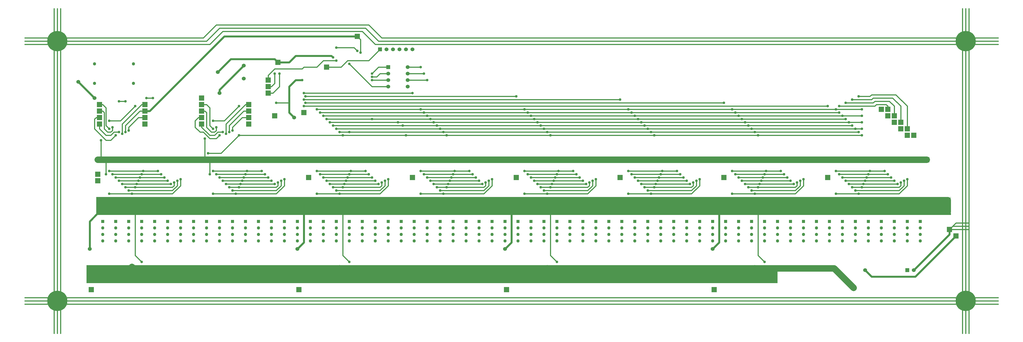
<source format=gbr>
G04 start of page 2 for group 0 idx 0
G04 Title: (unknown), solder *
G04 Creator: pcb-bin 20060822 *
G04 CreationDate: Mon Jun 23 06:34:48 2008 UTC *
G04 For: pete *
G04 Format: Gerber/RS-274X *
G04 PCB-Dimensions: 1500000 500000 *
G04 PCB-Coordinate-Origin: lower left *
%MOIN*%
%FSLAX24Y24*%
%LNGROUP0*%
%ADD11C,0.0200*%
%ADD12C,0.0800*%
%ADD13C,0.0600*%
%ADD14C,0.0300*%
%ADD15C,0.0150*%
%ADD16C,0.1000*%
%ADD17R,0.0800X0.0800*%
%ADD18C,0.0500*%
%ADD19R,0.0500X0.0500*%
%ADD20R,0.0600X0.0600*%
%ADD21C,0.0400*%
%ADD22C,0.3120*%
%ADD23C,0.0420*%
%ADD24C,0.0280*%
%ADD25C,0.0350*%
%ADD26C,0.2188*%
G54D11*G36*
X140750Y21000D02*X142750D01*
Y18250D01*
X140750D01*
Y21000D01*
G37*
G36*
X11000D02*X140750D01*
Y18250D01*
X11000D01*
Y21000D01*
G37*
G36*
X116000Y10500D02*X9500D01*
Y7750D01*
X116000D01*
Y10500D01*
G37*
G54D12*%LNGROUP0_C1*%
%LPC*%
X112500Y10250D03*
X80500D03*
X48500D03*
X16500D03*
G54D13*X142500Y18750D03*
Y19750D03*
X142250Y19250D03*
X142000Y19750D03*
X142500Y20750D03*
X142250Y20250D03*
X142000Y20750D03*
X141750Y20250D03*
X141500Y20750D03*
X141250Y20250D03*
X141500Y19750D03*
X141250Y19250D03*
X141750D03*
X141000Y19750D03*
X142000Y18750D03*
X141500D03*
X141000D03*
X140500D03*
X140750Y19250D03*
X140500Y19750D03*
X141000Y20750D03*
X140500D03*
X140750Y20250D03*
X141000Y19750D03*
Y18750D03*
X140500D03*
X140750Y19250D03*
X140500Y19750D03*
X140250Y19250D03*
X141000Y20750D03*
X140500D03*
X140750Y20250D03*
X140250D03*
X136250Y20500D03*
X134250D03*
X138250D03*
X132250D03*
X130250D03*
X128250D03*
X126250D03*
X124250D03*
X118250D03*
X120250D03*
X116250D03*
X122250D03*
X114250D03*
X112250D03*
X110250D03*
X108250D03*
X106250D03*
X104250D03*
X100250D03*
X102250D03*
X98250D03*
X96250D03*
X94250D03*
X92250D03*
X90250D03*
X88250D03*
X86250D03*
X82250D03*
X84250D03*
X80250D03*
X78250D03*
X76250D03*
X74250D03*
X72250D03*
X70250D03*
X68250D03*
X64250D03*
X66250D03*
X62250D03*
X60250D03*
X58250D03*
X56250D03*
X54250D03*
X52250D03*
X50250D03*
X48250D03*
X44250D03*
X46250D03*
X42250D03*
X40250D03*
X38250D03*
X36250D03*
X34250D03*
X32250D03*
X30250D03*
X28250D03*
X26250D03*
X22250D03*
X24250D03*
X20250D03*
X18250D03*
X16250D03*
X14250D03*
X12250D03*
G54D12*X112500Y10250D03*
X80500D03*
X48500D03*
X16500D03*
G54D13*X142500Y18750D03*
Y19750D03*
X142250Y19250D03*
X142000Y19750D03*
X142500Y20750D03*
X142250Y20250D03*
X142000Y20750D03*
X141750Y20250D03*
X141500Y20750D03*
X141250Y20250D03*
X141500Y19750D03*
X141250Y19250D03*
X141750D03*
X141000Y19750D03*
X142000Y18750D03*
X141500D03*
X141000D03*
X140500D03*
X140750Y19250D03*
X140500Y19750D03*
X141000Y20750D03*
X140500D03*
X140750Y20250D03*
X141000Y19750D03*
Y18750D03*
X140500D03*
X140750Y19250D03*
X140500Y19750D03*
X140250Y19250D03*
X141000Y20750D03*
X140500D03*
X140750Y20250D03*
X140250D03*
X136250Y20500D03*
X134250D03*
X138250D03*
X132250D03*
X130250D03*
X128250D03*
X126250D03*
X124250D03*
X118250D03*
X120250D03*
X116250D03*
X122250D03*
X114250D03*
X112250D03*
X110250D03*
X108250D03*
X106250D03*
X104250D03*
X100250D03*
X102250D03*
X98250D03*
X96250D03*
X94250D03*
X92250D03*
X90250D03*
X88250D03*
X86250D03*
X82250D03*
X84250D03*
X80250D03*
X78250D03*
X76250D03*
X74250D03*
X72250D03*
X70250D03*
X68250D03*
X64250D03*
X66250D03*
X62250D03*
X60250D03*
X58250D03*
X56250D03*
X54250D03*
X52250D03*
X50250D03*
X48250D03*
X44250D03*
X46250D03*
X42250D03*
X40250D03*
X38250D03*
X36250D03*
X34250D03*
X32250D03*
X30250D03*
X28250D03*
X26250D03*
X22250D03*
X24250D03*
X20250D03*
X18250D03*
X16250D03*
X14250D03*
X12250D03*
G54D12*X112500Y10250D03*
X80500D03*
X48500D03*
X16500D03*
G54D13*X142500Y18750D03*
Y19750D03*
X142250Y19250D03*
X142000Y19750D03*
X142500Y20750D03*
X142250Y20250D03*
X142000Y20750D03*
X141750Y20250D03*
X141500Y20750D03*
X141250Y20250D03*
X141500Y19750D03*
X141250Y19250D03*
X141750D03*
X141000Y19750D03*
X142000Y18750D03*
X141500D03*
X141000D03*
X140500D03*
X140750Y19250D03*
X140500Y19750D03*
X141000Y20750D03*
X140500D03*
X140750Y20250D03*
X141000Y19750D03*
Y18750D03*
X140500D03*
X140750Y19250D03*
X140500Y19750D03*
X140250Y19250D03*
X141000Y20750D03*
X140500D03*
X140750Y20250D03*
X140250D03*
X136250Y20500D03*
X134250D03*
X138250D03*
X132250D03*
X130250D03*
X128250D03*
X126250D03*
X124250D03*
X118250D03*
X120250D03*
X116250D03*
X122250D03*
X114250D03*
X112250D03*
X110250D03*
X108250D03*
X106250D03*
X104250D03*
X100250D03*
X102250D03*
X98250D03*
X96250D03*
X94250D03*
X92250D03*
X90250D03*
X88250D03*
X86250D03*
X82250D03*
X84250D03*
X80250D03*
X78250D03*
X76250D03*
X74250D03*
X72250D03*
X70250D03*
X68250D03*
X64250D03*
X66250D03*
X62250D03*
X60250D03*
X58250D03*
X56250D03*
X54250D03*
X52250D03*
X50250D03*
X48250D03*
X44250D03*
X46250D03*
X42250D03*
X40250D03*
X38250D03*
X36250D03*
X34250D03*
X32250D03*
X30250D03*
X28250D03*
X26250D03*
X22250D03*
X24250D03*
X20250D03*
X18250D03*
X16250D03*
X14250D03*
X12250D03*
G54D14*%LNGROUP0_D2*%
%LPD*%
X40750Y38000D02*Y34000D01*
X41500Y33250D01*
G54D15*X51250Y43500D02*X50750Y44000D01*
X48000D01*
G54D14*X42750Y39000D02*X41750D01*
X40750Y38000D01*
G54D15*X38750Y35500D02*X40750D01*
X28500Y24500D02*Y26750D01*
X12500Y24500D02*Y25750D01*
X27750Y30000D02*Y27000D01*
X12500Y25250D02*Y26500D01*
X11750Y27000D02*Y29750D01*
G54D16*X11250Y26750D02*X139000D01*
G54D15*X53000Y47500D02*X55000Y45500D01*
X52500Y47000D02*X54500Y45000D01*
X52000Y46500D02*X54000Y44500D01*
X30000Y47000D02*X52500D01*
X30500Y46500D02*X52000D01*
X29500Y47500D02*X53000D01*
X27500Y45500D02*X29500Y47500D01*
X5500Y44500D02*Y5000D01*
X5000Y50000D02*Y0D01*
X4500Y5500D02*Y44500D01*
G54D14*X5000Y5000D02*X4500Y5500D01*
G54D15*Y4500D02*Y0D01*
Y5500D02*X0D01*
X5000Y45000D02*X5500Y45500D01*
X5000Y45000D02*X5500Y44500D01*
Y45500D02*X4500Y44500D01*
Y45500D02*X5500Y44500D01*
G54D14*X4500Y45500D02*X5500Y44500D01*
Y45500D02*X4500Y44500D01*
X5500Y45500D01*
X4500D02*X5500Y44500D01*
G54D15*Y45500D02*Y50000D01*
X4500Y44500D02*X0D01*
X4500Y45500D02*Y50000D01*
Y45500D02*X0D01*
G54D14*X30000Y37500D02*Y37000D01*
X33750Y41250D02*X30000Y37500D01*
X10750Y36250D02*X8250Y38750D01*
G54D15*X28500Y44500D02*X30500Y46500D01*
X28000Y45000D02*X30000Y47000D01*
X5500Y44500D02*X28500D01*
X5500Y45500D02*X27500D01*
X0Y45000D02*X28000D01*
X49000Y12000D02*Y18500D01*
X50000Y11000D02*X49000Y12000D01*
G54D14*X43000Y14000D02*Y18250D01*
X42000Y13000D02*X43000Y14000D01*
X11250Y18500D02*X10000Y17250D01*
G54D15*X5500Y4500D02*Y0D01*
X5000Y5000D02*X5500Y4500D01*
G54D14*X5000Y5000D02*X4500Y4500D01*
G54D15*X17000Y12000D02*Y18500D01*
X18000Y11000D02*X17000Y12000D01*
G54D14*X10000Y13000D02*Y17250D01*
G54D15*X4500Y4500D02*X0D01*
X145500D02*X150000D01*
X145500Y5500D02*X150000D01*
X145500Y4500D02*Y0D01*
X144500Y4500D02*Y0D01*
X145000Y5000D02*X144500Y4500D01*
Y5500D02*X145500Y4500D01*
X144500D02*X145500Y5500D01*
Y4500D02*X144500Y5500D01*
X145500Y44500D02*X150000D01*
X145500Y45500D02*X150000D01*
X145000Y45000D02*X145500Y44500D01*
Y45500D02*Y50000D01*
G54D14*X145000Y45000D02*X145500Y45500D01*
G54D15*X144500D02*Y50000D01*
G54D14*Y44500D02*X145500Y45500D01*
X145000Y45000D02*X144500Y45500D01*
X145500Y44500D01*
G54D15*Y5500D01*
X145000Y50000D02*Y0D01*
X144500Y5500D02*Y44500D01*
X143000Y16500D02*X145500D01*
X142500Y16000D02*X143500Y17000D01*
X145500D01*
X142500Y16000D02*X145500D01*
G54D14*X142500Y15250D02*Y16000D01*
G54D16*X142250Y20500D02*Y18750D01*
X141750Y19750D02*Y19500D01*
X141500Y19250D01*
X140500Y18750D02*X141250D01*
X141500Y19250D02*X140250D01*
X142250Y18750D02*X140250D01*
Y20500D01*
X140500Y19750D02*X141750D01*
X140250Y20500D02*X142250D01*
X140500D02*X139050D01*
G54D15*X113000Y12000D02*Y18500D01*
X114000Y11000D02*X113000Y12000D01*
G54D14*X107000Y14000D02*Y18250D01*
X106000Y13000D02*X107000Y14000D01*
G54D15*X54500Y45000D02*X150000D01*
X55000Y45500D02*X145000D01*
X54000Y44500D02*X145000D01*
G54D16*X138250Y20500D02*X12250D01*
G54D15*X81000Y12000D02*Y18500D01*
X82000Y11000D02*X81000Y12000D01*
G54D14*X75000Y14000D02*Y18500D01*
X74000Y13000D02*X75000Y14000D01*
G54D15*X144500Y4500D02*X5000D01*
G54D14*X137000Y9750D03*
X142500Y15250D01*
G54D15*X144500Y5500D02*X5000D01*
X0Y5000D02*X150000D01*
X136000Y22750D02*Y23750D01*
X135000Y23250D02*Y22750D01*
X134750Y22500D01*
Y22000D02*X135500Y22750D01*
Y23500D01*
X134750Y21500D02*X136000Y22750D01*
X127000Y23000D02*X129250D01*
X127000D02*X134500D01*
X126500Y23500D02*X129500D01*
X126500D02*X134000D01*
X126000Y24000D02*X129750D01*
X126000D02*X133500D01*
X125500Y24500D02*X130000D01*
X125500D02*X133000D01*
X125000Y25000D02*X130250D01*
X125000D02*X132500D01*
X127500Y22500D02*X129000D01*
X128000Y22000D02*X134750D01*
X127500Y22500D02*X134750D01*
X128500Y21500D02*X125000D01*
X134750D01*
X111500Y22500D02*X113000D01*
X111000Y23000D02*X113250D01*
X120000Y22750D02*Y23750D01*
X119000Y23250D02*Y22750D01*
X118750Y22500D01*
X111500D02*X118750D01*
X119500Y22750D02*Y23500D01*
X111000Y23000D02*X118500D01*
X110500Y23500D02*X113500D01*
X110500D02*X118000D01*
X110000Y24000D02*X113750D01*
X110000D02*X117500D01*
X109500Y24500D02*X114000D01*
X109500D02*X117000D01*
X109000Y25000D02*X114250D01*
X109000D02*X116500D01*
X135000Y35000D02*Y32500D01*
X136000Y35000D02*Y31500D01*
X134000Y35000D02*Y33500D01*
X133750Y36250D02*X135000Y35000D01*
X134250Y36750D02*X136000Y35000D01*
X133250Y35750D02*X134000Y35000D01*
X131000Y35750D02*X133250D01*
X132750Y35250D02*X133000Y35000D01*
Y34500D01*
X131250Y35250D02*X132750D01*
X131000Y35000D02*X131250Y35250D01*
X130750Y35500D02*X131000Y35750D01*
X130750Y36250D02*X133750D01*
X130500Y36750D02*X134250D01*
X126500Y35500D02*X130750D01*
X107750D02*X107500D01*
X94000Y24000D02*X97750D01*
X93500Y24500D02*X98000D01*
X93000Y25000D02*X98250D01*
X104000Y22750D02*Y23750D01*
X103000Y23250D02*Y22750D01*
X103500D02*Y23500D01*
X103000Y22750D02*X102750Y22500D01*
X95500D02*X102750D01*
X95500D02*X97000D01*
X95000Y23000D02*X97250D01*
X95000D02*X102500D01*
X94500Y23500D02*X97500D01*
X94500D02*X102000D01*
X94000Y24000D02*X101500D01*
X93500Y24500D02*X101000D01*
X93000Y25000D02*X100500D01*
X118750Y22000D02*X119500Y22750D01*
X118750Y21500D02*X120000Y22750D01*
X102750Y22000D02*X103500Y22750D01*
X102750Y21500D02*X104000Y22750D01*
X112000Y22000D02*X118750D01*
X109000Y21500D02*X118750D01*
X96000Y22000D02*X102750D01*
X86750Y21500D02*X88000Y22750D01*
X80000Y22000D02*X86750D01*
X87500Y22750D01*
X77000Y21500D02*X86750D01*
X112500D02*X109000D01*
X96500D02*X93000D01*
X80500D02*X77000D01*
X93000D02*X102750D01*
X61000D02*X70750D01*
X61000Y41000D02*X59000D01*
X61500Y40000D02*X59000D01*
X62000Y39000D02*X59000D01*
X54750Y40000D02*X56000D01*
X54500Y41000D02*X56000D01*
X54250Y39500D02*X54750Y40000D01*
X53500Y39500D02*X54250D01*
X53500Y40000D02*X54500Y41000D01*
X56000Y38000D02*X53500D01*
Y39000D02*X56000D01*
X54750Y43750D02*X53000Y42000D01*
X51750Y43250D02*Y45250D01*
X53500Y38000D02*X50000Y41500D01*
X51750Y45250D02*X51250Y45750D01*
X53000Y42000D02*X49750D01*
X48750Y41000D01*
X88000Y22750D02*Y23750D01*
X87500Y22750D02*Y23500D01*
X87000Y23250D02*Y22750D01*
X86750Y22500D01*
X79000Y23000D02*X86500D01*
X79500Y22500D02*X86750D01*
X78500Y23500D02*X86000D01*
X79500Y22500D02*X81000D01*
X79000Y23000D02*X81250D01*
X78500Y23500D02*X81500D01*
X78000Y24000D02*X81750D01*
X77500Y24500D02*X82000D01*
X78000Y24000D02*X85500D01*
X77500Y24500D02*X85000D01*
X77000Y25000D02*X82250D01*
X77000D02*X84500D01*
X72000Y22750D02*Y23750D01*
X71000Y23250D02*Y22750D01*
X70750Y22500D01*
Y22000D02*X71500Y22750D01*
Y23500D01*
X70750Y21500D02*X72000Y22750D01*
X64000Y22000D02*X70750D01*
X63500Y22500D02*X70750D01*
X63000Y23000D02*X70500D01*
X62500Y23500D02*X70000D01*
X63500Y22500D02*X65000D01*
X63000Y23000D02*X65250D01*
X62500Y23500D02*X65500D01*
X62000Y24000D02*X65750D01*
X61500Y24500D02*X66000D01*
X61000Y25000D02*X66250D01*
X62000Y24000D02*X69500D01*
X61500Y24500D02*X69000D01*
X61000Y25000D02*X68500D01*
X130500Y36000D02*X130750Y36250D01*
X128500Y36500D02*X130250D01*
X130500Y36750D01*
X127500Y36000D02*X130500D01*
X47500Y32000D02*X127500D01*
X47000Y32500D02*X129000D01*
X46500Y33000D02*X126500D01*
X46000Y33500D02*X129000D01*
X45500Y34000D02*X125500D01*
X45000Y34500D02*X129000D01*
X107500Y35500D02*X43250D01*
X75750Y36500D02*X43250D01*
X43000Y37000D02*X59750D01*
X91750Y36000D02*X43000D01*
X125500Y35000D02*X131000D01*
X43000D02*X123750D01*
X48500Y31000D02*X128500D01*
X48000Y31500D02*X129000D01*
Y30500D02*X33000D01*
X32000Y31250D02*Y31750D01*
X31500Y31000D02*Y32000D01*
X31000Y30750D02*Y32250D01*
X33750Y34250D02*X34500D01*
X33500Y33250D02*X34500D01*
X32000Y31750D02*X33500Y33250D01*
X34000Y35250D02*X34500D01*
X31500Y32000D02*X33750Y34250D01*
X31000Y32250D02*X34000Y35250D01*
X33000Y35000D02*X30750Y32750D01*
X48750Y41000D02*X46500D01*
X48000Y42000D02*X46000D01*
X45000Y41000D01*
X43000D01*
G54D14*X47500Y42500D02*X47250Y42750D01*
G54D15*X43000Y41000D02*X42750Y40750D01*
G54D14*X47250Y42750D02*X41750D01*
X40750Y41750D01*
G54D15*X42750Y40750D02*X38500D01*
G54D14*X40750Y41750D02*X39000D01*
X30750Y45750D02*X51250D01*
G54D15*X30500Y31000D02*X29750D01*
X29500Y31750D02*Y31250D01*
X29250Y31000D01*
X30000Y30500D02*X29500Y30000D01*
X29750Y31000D02*X29250Y30500D01*
X33000D02*X30250Y27750D01*
X30750Y32750D02*X29000D01*
X29250Y30500D02*X28500D01*
X29500Y30000D02*X28500D01*
X30250Y27750D02*X28250D01*
X39250Y38000D02*Y40000D01*
X38500D02*Y38500D01*
X38250Y37000D02*X39250Y38000D01*
X38500Y38500D02*X38000Y38000D01*
X37500D01*
Y37000D02*X38250D01*
X37500Y39750D02*Y39000D01*
G54D14*X39000Y41750D02*X38500Y42250D01*
G54D15*Y40750D02*X37500Y39750D01*
G54D14*X38500Y42250D02*X31750D01*
X29750Y40250D02*X31750Y42250D01*
G54D15*X30500Y23500D02*X33500D01*
X30000Y24000D02*X33750D01*
X29500Y24500D02*X34000D01*
X29000Y25000D02*X34250D01*
X24000Y22750D02*Y23750D01*
X23000Y22750D02*X22750Y22500D01*
Y22000D02*X23500Y22750D01*
X22750Y21500D02*X24000Y22750D01*
X28500Y34750D02*X28000Y35250D01*
X29250Y31000D02*X28750D01*
X29000Y31500D02*X28500Y32000D01*
X28750Y31000D02*X28000Y31750D01*
X28500Y32000D02*Y34750D01*
X28000Y31750D02*Y34000D01*
X27750Y34250D01*
X28500Y30000D02*X27500Y31000D01*
X27250Y31750D02*Y32250D01*
X28500Y30500D02*X27250Y31750D01*
X27500Y31000D02*X27000D01*
X26250Y31750D02*Y32750D01*
X26750Y33250D01*
X27250D01*
X27000Y31000D02*X26250Y31750D01*
X27750Y34250D02*X27250D01*
X28000Y35250D02*X27250D01*
G54D14*X19250Y34250D02*X30750Y45750D01*
G54D15*X46500Y23500D02*X54000D01*
X46000Y24000D02*X53500D01*
X45500Y24500D02*X53000D01*
X47000Y23000D02*X49250D01*
X46500Y23500D02*X49500D01*
X46000Y24000D02*X49750D01*
X45500Y24500D02*X50000D01*
X45000Y25000D02*X50250D01*
X45000D02*X52500D01*
X56000Y22750D02*Y23750D01*
X55500Y22750D02*Y23500D01*
X55000Y23250D02*Y22750D01*
X54750Y22500D01*
Y22000D02*X55500Y22750D01*
X54750Y21500D02*X56000Y22750D01*
X47500Y22500D02*X49000D01*
X47500D02*X54750D01*
X47000Y23000D02*X54500D01*
X48000Y22000D02*X54750D01*
X45000Y21500D02*X54750D01*
X40000Y22750D02*Y23750D01*
X39000Y23250D02*Y22750D01*
X38750Y22500D01*
Y22000D02*X39500Y22750D01*
Y23500D01*
X38750Y21500D02*X40000Y22750D01*
X31000Y23000D02*X33250D01*
X31000D02*X38500D01*
X30500Y23500D02*X38000D01*
X30000Y24000D02*X37500D01*
X29500Y24500D02*X37000D01*
X29000Y25000D02*X36500D01*
G54D16*X127750Y7000D02*X124750Y10000D01*
G54D14*X143500Y15250D02*Y15000D01*
X137250Y8750D01*
X130500D02*X137250D01*
X129500Y9750D02*X130500Y8750D01*
G54D16*X124750Y10000D02*X116750D01*
G54D15*X32000Y22000D02*X38750D01*
X31500Y22500D02*X33000D01*
X31500D02*X38750D01*
X64500Y21500D02*X61000D01*
X48500D02*X45000D01*
X32500D02*X29000D01*
X38750D01*
G54D16*X16750Y10000D02*X117000D01*
G54D14*X19250Y34250D02*X18500D01*
G54D15*X17750D02*X19250D01*
X17500Y33250D02*X18500D01*
X16000Y31750D02*X17500Y33250D01*
X15500Y32000D02*X17750Y34250D01*
X18000Y35250D02*X18500D01*
X15000Y32250D02*X18000Y35250D01*
X18750Y36250D02*X19750D01*
X14750Y32750D02*X17000Y35000D01*
X14500Y35750D02*X15500D01*
X16000Y31250D02*Y31750D01*
X15500Y31000D02*Y32000D01*
X15000Y30750D02*Y32250D01*
X14500Y31000D02*X14250D01*
X13750D02*X14250D01*
G54D16*X16500Y10250D02*X16750Y10000D01*
G54D15*X13000Y32750D02*X14750D01*
X23500Y22750D02*Y23500D01*
X23000Y23250D02*Y22750D01*
X14000Y24000D02*X21500D01*
X13500Y24500D02*X21000D01*
X13000Y25000D02*X20500D01*
X15000Y23000D02*X22500D01*
X15500Y22500D02*X22750D01*
X14500Y23500D02*X22000D01*
X16000Y22000D02*X22750D01*
X13000Y21500D02*X22750D01*
X12250Y31500D02*Y34000D01*
X12500Y31999D02*Y34749D01*
X12000Y34250D02*X12250Y34000D01*
X12500Y34749D02*X12000Y35250D01*
X11500Y34250D02*X12000D01*
Y35250D02*X11500D01*
X11000Y33250D02*X11500D01*
X10750Y31500D02*Y33000D01*
X11500Y31500D02*Y32250D01*
X10750Y33000D02*X11000Y33250D01*
X13500Y31750D02*Y31250D01*
X13250Y31000D01*
Y30500D02*X13750Y31000D01*
X14000Y30500D02*X13250Y29750D01*
X12500D01*
X13250Y31000D02*X12750D01*
X12500Y30500D02*X13250D01*
X13000Y31500D02*X12500Y31999D01*
X12750Y31000D02*X12250Y31500D01*
X12500Y30500D02*X11500Y31500D01*
X12500Y29750D02*X10750Y31500D01*
G54D17*X143500Y15000D03*
X142500Y16000D03*
G54D18*X138000Y14250D03*
Y15250D03*
Y16250D03*
G54D19*Y17250D03*
G54D18*X136000Y14250D03*
Y15250D03*
Y16250D03*
G54D19*Y17250D03*
G54D20*Y9750D03*
G54D18*X134000Y14250D03*
G54D13*X137000Y9750D03*
G54D18*X134000Y15250D03*
Y16250D03*
G54D19*Y17250D03*
G54D17*X139000Y26750D03*
X137000Y30500D03*
X136000D03*
Y31500D03*
X135000D03*
Y32500D03*
X134000Y33500D03*
X133000D03*
Y34500D03*
X134000Y32500D03*
X132000Y34500D03*
G54D18*Y14250D03*
Y15250D03*
Y16250D03*
G54D19*Y17250D03*
G54D18*X130000Y14250D03*
Y15250D03*
Y16250D03*
G54D19*Y17250D03*
G54D18*X128000Y14250D03*
Y15250D03*
Y16250D03*
G54D19*Y17250D03*
G54D18*X126000Y14250D03*
Y15250D03*
Y16250D03*
G54D19*Y17250D03*
G54D18*X124000Y15250D03*
Y16250D03*
G54D19*Y17250D03*
G54D18*X122000Y15250D03*
Y16250D03*
G54D19*Y17250D03*
G54D18*X120000Y15250D03*
Y16250D03*
G54D19*Y17250D03*
G54D18*X124000Y14250D03*
X122000D03*
X120000D03*
X118000D03*
Y15250D03*
Y16250D03*
G54D19*Y17250D03*
G54D18*X116000Y16250D03*
G54D19*Y17250D03*
G54D18*X114000Y15250D03*
Y16250D03*
X112000Y14250D03*
G54D19*X114000Y17250D03*
G54D18*X112000Y15250D03*
Y16250D03*
G54D19*Y17250D03*
G54D18*X116000Y14250D03*
X110000D03*
X106000D03*
X104000D03*
X102000D03*
X116000Y15250D03*
X110000D03*
X104000D03*
X102000D03*
X108000Y14250D03*
Y15250D03*
Y16250D03*
G54D19*Y17250D03*
G54D18*X106000Y15250D03*
Y16250D03*
G54D19*Y17250D03*
G54D18*X104000Y16250D03*
G54D19*Y17250D03*
G54D18*X102000Y16250D03*
G54D19*Y17250D03*
G54D18*X100000Y16250D03*
G54D19*Y17250D03*
G54D18*Y14250D03*
X98000D03*
X100000Y15250D03*
X98000D03*
Y16250D03*
G54D19*Y17250D03*
G54D18*X110000Y16250D03*
G54D19*Y17250D03*
G54D17*X123750Y24000D03*
X107750D03*
X91750D03*
G54D18*X96000Y14250D03*
Y15250D03*
Y16250D03*
G54D19*Y17250D03*
G54D18*X94000Y14250D03*
Y15250D03*
Y16250D03*
G54D19*Y17250D03*
G54D18*X92000Y16250D03*
G54D19*Y17250D03*
G54D17*X106250Y6750D03*
G54D18*X114000Y14250D03*
X92000D03*
X90000D03*
X88000D03*
X92000Y15250D03*
X90000D03*
Y16250D03*
G54D19*Y17250D03*
G54D18*X88000Y15250D03*
Y16250D03*
G54D19*Y17250D03*
G54D18*X86000Y14250D03*
Y15250D03*
Y16250D03*
G54D19*Y17250D03*
G54D18*X84000Y14250D03*
Y15250D03*
Y16250D03*
G54D19*Y17250D03*
G54D18*X82000Y15250D03*
Y16250D03*
G54D19*Y17250D03*
G54D18*Y14250D03*
X80000D03*
Y15250D03*
Y16250D03*
G54D19*Y17250D03*
G54D18*X78000Y14250D03*
X76000D03*
X78000Y15250D03*
Y16250D03*
G54D19*Y17250D03*
G54D18*X76000Y15250D03*
Y16250D03*
G54D19*Y17250D03*
G54D18*X74000Y16250D03*
G54D19*Y17250D03*
G54D17*X74250Y6750D03*
G54D18*X74000Y15250D03*
X72000D03*
Y16250D03*
G54D19*Y17250D03*
G54D18*X74000Y14250D03*
X72000D03*
X70000D03*
Y15250D03*
Y16250D03*
G54D19*Y17250D03*
G54D18*X66000Y14250D03*
Y15250D03*
Y16250D03*
G54D19*Y17250D03*
G54D18*X68000Y14250D03*
X64000D03*
X68000Y15250D03*
X64000D03*
X68000Y16250D03*
X64000D03*
G54D19*X68000Y17250D03*
X64000D03*
G54D18*X62000Y14250D03*
Y15250D03*
X60000Y14250D03*
Y15250D03*
X62000Y16250D03*
X60000D03*
X58000D03*
X56000D03*
G54D19*X62000Y17250D03*
X60000D03*
X58000D03*
X56000D03*
G54D18*X58000Y14250D03*
Y15250D03*
X56000Y14250D03*
X54000D03*
X56000Y15250D03*
X54000D03*
G54D19*Y17250D03*
X48000D03*
X46000D03*
G54D18*X52000Y15250D03*
Y16250D03*
G54D19*Y17250D03*
G54D18*Y14250D03*
X50000D03*
Y15250D03*
Y16250D03*
G54D19*Y17250D03*
G54D18*X48000Y14250D03*
Y15250D03*
X54000Y16250D03*
X48000D03*
X46000D03*
G54D17*X42250Y6750D03*
G54D13*X59000Y38000D03*
G54D17*X59750Y24000D03*
G54D13*X59000Y39000D03*
G54D17*X75750Y24000D03*
G54D13*X59000Y40000D03*
X58750Y43750D03*
X57750D03*
X59750D03*
X56750D03*
X55750D03*
G54D20*X54750D03*
G54D17*X51250Y45750D03*
G54D13*X59000Y41000D03*
G54D17*X46500D03*
G54D13*X56000Y38000D03*
Y39000D03*
Y40000D03*
G54D20*Y41000D03*
G54D17*X43750Y24000D03*
X43000Y34000D03*
X39000Y41750D03*
X37500Y37000D03*
Y38000D03*
X38500Y33500D03*
X37500Y39000D03*
X34500Y33250D03*
Y34250D03*
Y32250D03*
Y35250D03*
G54D13*X33750Y39250D03*
Y41250D03*
X29750Y40250D03*
G54D17*X27250Y32250D03*
Y33250D03*
Y34250D03*
Y35250D03*
Y36250D03*
X18500Y33250D03*
Y32250D03*
Y34250D03*
Y35250D03*
G54D18*X16750Y38500D03*
Y41500D03*
G54D17*X11500Y32250D03*
Y33250D03*
Y35250D03*
X11250Y23500D03*
X11500Y34250D03*
X11250Y24500D03*
G54D18*X10750Y38500D03*
Y41500D03*
X44000Y16250D03*
G54D19*Y17250D03*
G54D18*X46000Y14250D03*
Y15250D03*
X44000Y14250D03*
Y15250D03*
X42000Y16250D03*
G54D19*Y17250D03*
G54D18*X40000Y16250D03*
G54D19*Y17250D03*
G54D18*X42000Y14250D03*
Y15250D03*
X40000Y14250D03*
Y15250D03*
X38000D03*
Y16250D03*
G54D19*Y17250D03*
G54D18*Y14250D03*
X36000D03*
Y15250D03*
Y16250D03*
G54D19*Y17250D03*
G54D18*X34000Y14250D03*
Y15250D03*
Y16250D03*
G54D19*Y17250D03*
G54D18*X32000Y14250D03*
Y15250D03*
Y16250D03*
G54D19*Y17250D03*
G54D18*X30000Y14250D03*
Y15250D03*
Y16250D03*
X28000Y14250D03*
G54D19*X30000Y17250D03*
G54D18*X28000Y15250D03*
Y16250D03*
G54D19*Y17250D03*
G54D18*X26000Y14250D03*
Y15250D03*
Y16250D03*
G54D19*Y17250D03*
G54D18*X24000Y14250D03*
X22000D03*
X20000D03*
X18000D03*
X24000Y15250D03*
X22000D03*
X20000D03*
X18000D03*
X16000D03*
X14000D03*
X24000Y16250D03*
X22000D03*
X20000D03*
X18000D03*
X16000D03*
X14000D03*
G54D19*X24000Y17250D03*
X22000D03*
X20000D03*
X18000D03*
X16000D03*
X14000D03*
G54D18*X12000Y15250D03*
Y16250D03*
G54D19*Y17250D03*
G54D18*X16000Y14250D03*
X14000D03*
X12000D03*
G54D17*X10250Y6750D03*
G54D21*X142500Y18750D03*
Y19750D03*
X142250Y19250D03*
X142000Y19750D03*
X142500Y20750D03*
X142250Y20250D03*
X142000Y20750D03*
X141750Y20250D03*
X141500Y20750D03*
X141250Y20250D03*
X141500Y19750D03*
X141250Y19250D03*
X141750D03*
X141000Y19750D03*
X142000Y18750D03*
X141500D03*
X141000D03*
X140500D03*
X140750Y19250D03*
X140500Y19750D03*
X140250Y19250D03*
X141000Y20750D03*
X140500D03*
X140750Y20250D03*
X140250D03*
G54D22*X145000Y5000D03*
G54D13*X127750Y7000D03*
G54D21*X136250Y20500D03*
X134250D03*
X138250D03*
X132250D03*
X130250D03*
X114000Y11000D03*
G54D13*X112500Y10250D03*
X129500Y9750D03*
X106000Y13000D03*
G54D21*X134500Y23000D03*
X135500Y23500D03*
X136000Y23750D03*
X135000Y23250D03*
X134000Y23500D03*
X129500D03*
X128500Y21500D03*
X128250Y20500D03*
X128000Y22000D03*
X127500Y22500D03*
X129000D03*
X127000Y23000D03*
X129250D03*
X126500Y23500D03*
X126250Y20500D03*
X133000Y24500D03*
X130000D03*
X133500Y24000D03*
X129750D03*
X126000D03*
X125500Y24500D03*
X131250Y26750D03*
X130250Y25000D03*
X132500D03*
X125000D03*
Y21500D03*
X124250Y20500D03*
X119500Y23500D03*
X119000Y23250D03*
X120000Y23750D03*
X118500Y23000D03*
X118000Y23500D03*
X118250Y20500D03*
X120250D03*
X116250D03*
X122250D03*
X114250D03*
X115250Y26750D03*
X112500Y21500D03*
X112250Y20500D03*
X112000Y22000D03*
X113000Y22500D03*
X113250Y23000D03*
X111500Y22500D03*
X113500Y23500D03*
X111000Y23000D03*
X110500Y23500D03*
X117500Y24000D03*
X117000Y24500D03*
X114000D03*
X113750Y24000D03*
X110000D03*
X109500Y24500D03*
X114250Y25000D03*
X116500D03*
X109000D03*
X93000D03*
X129000Y30500D03*
Y31500D03*
Y32500D03*
Y33500D03*
Y34500D03*
X128500Y36500D03*
X128000Y31500D03*
X128500Y31000D03*
X127500Y32000D03*
X127000Y32500D03*
X126500Y33000D03*
X126000Y33500D03*
X125500Y34000D03*
X126500Y35500D03*
X127500Y36000D03*
X125500Y35000D03*
G54D22*X145000Y45000D03*
G54D21*X125000Y34500D03*
X123750Y35000D03*
X113000Y30500D03*
X112000Y31500D03*
X112500Y31000D03*
X111500Y32000D03*
X111000Y32500D03*
X110500Y33000D03*
X110000Y33500D03*
X109500Y34000D03*
X109000Y34500D03*
X107750Y35500D03*
X110250Y20500D03*
X109000Y21500D03*
X108250Y20500D03*
X106250D03*
X104250D03*
X103500Y23500D03*
X104000Y23750D03*
X103000Y23250D03*
X102500Y23000D03*
X102000Y23500D03*
X98250Y25000D03*
X98000Y24500D03*
X100500Y25000D03*
X97750Y24000D03*
X101000Y24500D03*
X101500Y24000D03*
X94000D03*
X96000Y31500D03*
X96500Y31000D03*
X95500Y32000D03*
X97000Y30500D03*
X96000Y22000D03*
X93500Y24500D03*
X94500Y33000D03*
X94000Y33500D03*
X95000Y32500D03*
X93500Y34000D03*
X93000Y34500D03*
X91750Y36000D03*
X81000Y30500D03*
X80000Y31500D03*
X80500Y31000D03*
X79500Y32000D03*
X79000Y32500D03*
X78500Y33000D03*
X78000Y33500D03*
X77500Y34000D03*
X77000Y34500D03*
X75750Y36500D03*
X82000Y11000D03*
G54D13*X80500Y10250D03*
X74000Y13000D03*
G54D21*X100250Y20500D03*
X102250D03*
X98250D03*
X96500Y21500D03*
X97000Y22500D03*
X97250Y23000D03*
X95500Y22500D03*
X95000Y23000D03*
X94500Y23500D03*
X93000Y21500D03*
X99250Y26750D03*
X97500Y23500D03*
X96250Y20500D03*
X94250D03*
X92250D03*
X90250D03*
X88250D03*
X87500Y23500D03*
X88000Y23750D03*
X87000Y23250D03*
X86500Y23000D03*
X86000Y23500D03*
X85500Y24000D03*
X85000Y24500D03*
X84500Y25000D03*
X83250Y26750D03*
X82250Y25000D03*
X81750Y24000D03*
X82000Y24500D03*
X81500Y23500D03*
X81250Y23000D03*
X81000Y22500D03*
X80500Y21500D03*
X79000Y23000D03*
X78500Y23500D03*
X78000Y24000D03*
X80000Y22000D03*
X79500Y22500D03*
X77000Y21500D03*
X86250Y20500D03*
X82250D03*
X84250D03*
X80250D03*
X78250D03*
X76250D03*
X74250D03*
X72250D03*
X70250D03*
X71500Y23500D03*
X71000Y23250D03*
X72000Y23750D03*
X70500Y23000D03*
X70000Y23500D03*
X69500Y24000D03*
X77500Y24500D03*
X77000Y25000D03*
X69000Y24500D03*
X68500Y25000D03*
X65750Y24000D03*
X64000Y22000D03*
X66250Y25000D03*
X66000Y24500D03*
X61500D03*
X61000Y25000D03*
X68250Y20500D03*
X64250D03*
X66250D03*
X62250D03*
X60250D03*
X58250D03*
X56250D03*
X54250D03*
X52250D03*
X67250Y26750D03*
X65500Y23500D03*
X63500Y22500D03*
X63000Y23000D03*
X62500Y23500D03*
X65000Y22500D03*
X65250Y23000D03*
X62000Y24000D03*
X55000Y23250D03*
X54500Y23000D03*
X55500Y23500D03*
X54000D03*
X56000Y23750D03*
X53500Y24000D03*
X53000Y24500D03*
X52500Y25000D03*
X45500Y24500D03*
X45000Y25000D03*
X64500Y21500D03*
X61000D03*
X48500D03*
X48000Y22000D03*
X45000Y21500D03*
X50250Y25000D03*
X50000Y24500D03*
X51250Y26750D03*
X49750Y24000D03*
X49250Y23000D03*
X49000Y22500D03*
X49500Y23500D03*
X47500Y22500D03*
X47000Y23000D03*
X46500Y23500D03*
X46000Y24000D03*
X39000Y23250D03*
X38500Y23000D03*
X39500Y23500D03*
X38000D03*
X40000Y23750D03*
X37500Y24000D03*
X37000Y24500D03*
X36500Y25000D03*
X50250Y20500D03*
X48250D03*
X44250D03*
X46250D03*
X42250D03*
G54D13*X48500Y10250D03*
G54D21*X50000Y11000D03*
G54D13*X42000Y13000D03*
G54D21*X40250Y20500D03*
X38250D03*
X36250D03*
X34250D03*
X65000Y30500D03*
X64000Y31500D03*
X64500Y31000D03*
X63500Y32000D03*
X63000Y32500D03*
X62500Y33000D03*
X62000Y33500D03*
X61500Y34000D03*
X61000Y34500D03*
X61500Y40000D03*
X62000Y39000D03*
X61000Y41000D03*
X59750Y37000D03*
X58750Y30500D03*
X58250Y32000D03*
G54D13*X57750Y26750D03*
G54D21*X57500Y32500D03*
X50000Y31000D03*
X49000Y30500D03*
X48000Y31500D03*
X48500Y31000D03*
X47500Y32000D03*
X47000Y32500D03*
X46500Y33000D03*
X46000Y33500D03*
X53500Y33000D03*
X45500Y34000D03*
G54D13*X41500Y33250D03*
G54D21*X38750Y35500D03*
X53500Y39000D03*
Y39500D03*
Y40000D03*
X51750Y43250D03*
X45000Y34500D03*
X43250Y35500D03*
Y36500D03*
X43000Y35000D03*
Y36000D03*
X51250Y43500D03*
X50000Y41500D03*
X48000Y42000D03*
Y44000D03*
X47500Y42500D03*
X43000Y37000D03*
X42750Y39000D03*
X39250Y40000D03*
X38500D03*
X33500Y23500D03*
X33750Y24000D03*
X33250Y23000D03*
X35250Y26750D03*
X33000Y22500D03*
X32500Y21500D03*
X31500Y22500D03*
X32000Y22000D03*
X31000Y23000D03*
G54D13*X41500Y26750D03*
G54D21*X34250Y25000D03*
X34000Y24500D03*
X29500D03*
X29000Y25000D03*
X28500Y24500D03*
X33000Y35000D03*
X30000Y24000D03*
X33000Y30500D03*
X32000Y31250D03*
X31500Y31000D03*
X31000Y30750D03*
X30500Y23500D03*
Y31000D03*
X30000Y30500D03*
G54D13*Y37000D03*
G54D21*X29500Y31750D03*
X29000Y21500D03*
Y31500D03*
Y32750D03*
X28250Y27750D03*
X27750Y30000D03*
X32250Y20500D03*
X30250D03*
X28250D03*
X26250D03*
X22250D03*
X24250D03*
X20250D03*
X23000Y23250D03*
X24000Y23750D03*
X23500Y23500D03*
X22500Y23000D03*
X22000Y23500D03*
X21500Y24000D03*
X21000Y24500D03*
X20500Y25000D03*
X18250D03*
X19250Y26750D03*
X18000Y24500D03*
Y11000D03*
X17750Y24000D03*
X17500Y23500D03*
G54D13*X16500Y10250D03*
G54D21*X17000Y22500D03*
X17250Y23000D03*
X16500Y21500D03*
X16000Y22000D03*
X15500Y22500D03*
X14000Y24000D03*
X13500Y24500D03*
X13000Y25000D03*
X15000Y23000D03*
X14500Y23500D03*
X13000Y21500D03*
X18250Y20500D03*
X16250D03*
X14250D03*
X12250D03*
X12500Y24500D03*
G54D13*X11250Y26750D03*
X10000Y13000D03*
G54D22*X5000Y5000D03*
G54D21*X16000Y31250D03*
X17000Y35000D03*
X18750Y36250D03*
X15500Y35750D03*
X19750Y36250D03*
X14500Y35750D03*
X13000Y32750D03*
X14000Y30500D03*
X14500Y31000D03*
X13500Y31750D03*
X15000Y30750D03*
X15500Y31000D03*
X13000Y31500D03*
X11750Y29750D03*
G54D13*X10750Y36250D03*
X8250Y38750D03*
G54D22*X5000Y45000D03*
G54D23*%LNGROUP0_C3*%
%LPC*%
G54D24*G54D14*G54D24*G54D14*G54D24*G54D23*G54D24*G54D23*G54D24*G54D23*G54D24*G54D23*G54D24*G54D23*G54D24*G54D23*G54D24*G54D23*G54D24*G54D14*G54D23*G54D24*G54D23*G54D24*G54D23*G54D25*G54D23*G54D11*G54D23*G54D11*G54D24*G54D23*G54D11*G54D26*G54D25*G54D11*G54D25*G54D11*G54D26*G54D11*G54D25*G54D11*G54D25*G54D11*G54D25*G54D11*G54D25*G54D11*G54D25*G54D11*G54D25*G54D11*G54D25*G54D11*G54D25*G54D11*G54D25*G54D26*G54D11*G54D25*G54D26*M02*

</source>
